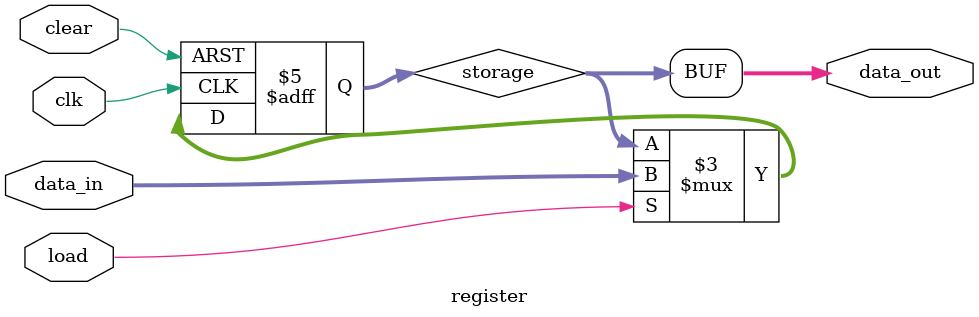
<source format=v>
module register(
	input [15:0] data_in,
	output [15:0] data_out,

	input load,
	input clear,
	input clk
);

reg [15:0] storage;

assign data_out = storage;

always @ (posedge clk or negedge clear) begin
	if(~clear)
		storage <= 16'd0;
	else if(load)
		storage <= data_in;
	
end

endmodule

</source>
